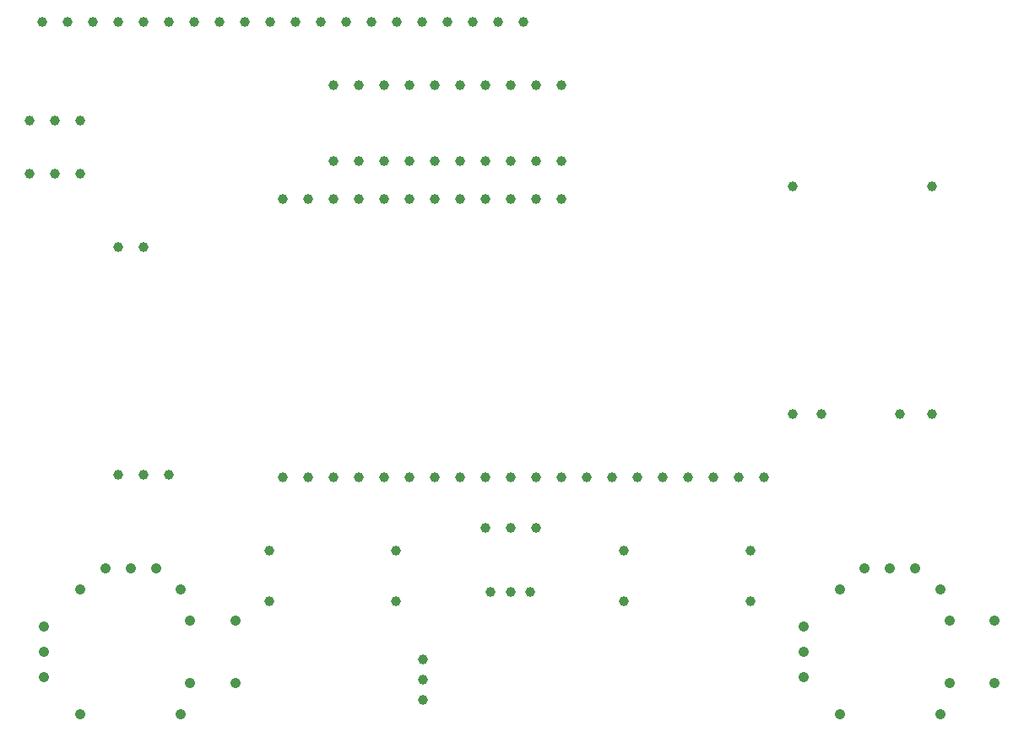
<source format=gbr>
%TF.GenerationSoftware,KiCad,Pcbnew,9.0.0*%
%TF.CreationDate,2025-03-19T00:30:09-07:00*%
%TF.ProjectId,remote,72656d6f-7465-42e6-9b69-6361645f7063,v0.3*%
%TF.SameCoordinates,Original*%
%TF.FileFunction,Plated,1,2,PTH,Drill*%
%TF.FilePolarity,Positive*%
%FSLAX46Y46*%
G04 Gerber Fmt 4.6, Leading zero omitted, Abs format (unit mm)*
G04 Created by KiCad (PCBNEW 9.0.0) date 2025-03-19 00:30:09*
%MOMM*%
%LPD*%
G01*
G04 APERTURE LIST*
%TA.AperFunction,ComponentDrill*%
%ADD10C,1.000000*%
%TD*%
%TA.AperFunction,ComponentDrill*%
%ADD11C,1.050000*%
%TD*%
G04 APERTURE END LIST*
D10*
%TO.C,ON_OFF_SWITCH1*%
X101600000Y-70890058D03*
%TO.C,UWB_SELECTOR1*%
X101600000Y-76200000D03*
%TO.C,RGB_LED1*%
X102870000Y-60979000D03*
%TO.C,ON_OFF_SWITCH1*%
X104140000Y-70890058D03*
%TO.C,UWB_SELECTOR1*%
X104140000Y-76200000D03*
%TO.C,RGB_LED1*%
X105410000Y-60979000D03*
%TO.C,ON_OFF_SWITCH1*%
X106680000Y-70890058D03*
%TO.C,UWB_SELECTOR1*%
X106680000Y-76200000D03*
%TO.C,RGB_LED1*%
X107950000Y-60979000D03*
X110490000Y-60979000D03*
%TO.C,5V_DC_DC_CONVERTER1*%
X110490000Y-83590058D03*
X110490000Y-106450058D03*
%TO.C,RGB_LED2*%
X113030000Y-60979000D03*
%TO.C,5V_DC_DC_CONVERTER1*%
X113030000Y-83590058D03*
X113030000Y-106450058D03*
%TO.C,RGB_LED2*%
X115570000Y-60979000D03*
%TO.C,5V_DC_DC_CONVERTER1*%
X115570000Y-106450058D03*
%TO.C,RGB_LED2*%
X118110000Y-60979000D03*
X120650000Y-60979000D03*
%TO.C,RGB_LED3*%
X123190000Y-60979000D03*
%TO.C,BUTTON2*%
X125700000Y-114070058D03*
X125700000Y-119150058D03*
%TO.C,RGB_LED3*%
X125730000Y-60979000D03*
%TO.C,ESP32_UWB1*%
X127000000Y-78759000D03*
X127000000Y-106699000D03*
%TO.C,RGB_LED3*%
X128270000Y-60979000D03*
%TO.C,ESP32_UWB1*%
X129540000Y-78759000D03*
X129540000Y-106699000D03*
%TO.C,RGB_LED3*%
X130810000Y-60979000D03*
%TO.C,R1*%
X132080000Y-67329000D03*
X132080000Y-74949000D03*
%TO.C,ESP32_UWB1*%
X132080000Y-78759000D03*
X132080000Y-106699000D03*
%TO.C,RGB_LED4*%
X133350000Y-60979000D03*
%TO.C,R2*%
X134620000Y-67329000D03*
X134620000Y-74949000D03*
%TO.C,ESP32_UWB1*%
X134620000Y-78759000D03*
X134620000Y-106699000D03*
%TO.C,RGB_LED4*%
X135890000Y-60979000D03*
%TO.C,R3*%
X137160000Y-67329000D03*
X137160000Y-74949000D03*
%TO.C,ESP32_UWB1*%
X137160000Y-78759000D03*
X137160000Y-106699000D03*
%TO.C,BUTTON2*%
X138400000Y-114070058D03*
X138400000Y-119150058D03*
%TO.C,RGB_LED4*%
X138430000Y-60979000D03*
%TO.C,R4*%
X139700000Y-67329000D03*
X139700000Y-74949000D03*
%TO.C,ESP32_UWB1*%
X139700000Y-78759000D03*
X139700000Y-106699000D03*
%TO.C,RGB_LED4*%
X140970000Y-60979000D03*
%TO.C,MINI_THUNSTICK1*%
X141060000Y-125019000D03*
X141060000Y-127019000D03*
X141060000Y-129019000D03*
%TO.C,R5*%
X142240000Y-67329000D03*
X142240000Y-74949000D03*
%TO.C,ESP32_UWB1*%
X142240000Y-78759000D03*
X142240000Y-106699000D03*
%TO.C,RGB_LED5*%
X143510000Y-60979000D03*
%TO.C,R6*%
X144780000Y-67329000D03*
X144780000Y-74949000D03*
%TO.C,ESP32_UWB1*%
X144780000Y-78759000D03*
X144780000Y-106699000D03*
%TO.C,RGB_LED5*%
X146050000Y-60979000D03*
%TO.C,R7*%
X147320000Y-67329000D03*
X147320000Y-74949000D03*
%TO.C,ESP32_UWB1*%
X147320000Y-78759000D03*
X147320000Y-106699000D03*
%TO.C,LOCK_SWITCH1*%
X147320000Y-111779000D03*
%TO.C,MINI_THUNSTICK1*%
X147860000Y-118219000D03*
%TO.C,RGB_LED5*%
X148590000Y-60979000D03*
%TO.C,R8*%
X149860000Y-67329000D03*
X149860000Y-74949000D03*
%TO.C,ESP32_UWB1*%
X149860000Y-78759000D03*
X149860000Y-106699000D03*
%TO.C,LOCK_SWITCH1*%
X149860000Y-111779000D03*
%TO.C,MINI_THUNSTICK1*%
X149860000Y-118219000D03*
%TO.C,RGB_LED5*%
X151130000Y-60979000D03*
%TO.C,MINI_THUNSTICK1*%
X151860000Y-118219000D03*
%TO.C,R9*%
X152400000Y-67329000D03*
X152400000Y-74949000D03*
%TO.C,ESP32_UWB1*%
X152400000Y-78759000D03*
X152400000Y-106699000D03*
%TO.C,LOCK_SWITCH1*%
X152400000Y-111779000D03*
%TO.C,R10*%
X154940000Y-67329000D03*
X154940000Y-74949000D03*
%TO.C,ESP32_UWB1*%
X154940000Y-78759000D03*
X154940000Y-106699000D03*
X157480000Y-106699000D03*
X160020000Y-106699000D03*
%TO.C,BUTTON1*%
X161260000Y-114070058D03*
X161260000Y-119150058D03*
%TO.C,ESP32_UWB1*%
X162560000Y-106699000D03*
X165100000Y-106699000D03*
X167640000Y-106699000D03*
X170180000Y-106699000D03*
X172720000Y-106699000D03*
%TO.C,BUTTON1*%
X173960000Y-114070058D03*
X173960000Y-119150058D03*
%TO.C,ESP32_UWB1*%
X175260000Y-106699000D03*
%TO.C,3.7V_BATTERY_CHARGER1*%
X178175000Y-77470000D03*
X178175000Y-100330000D03*
X181075000Y-100330000D03*
X188945000Y-100330000D03*
X192145000Y-77470000D03*
X192145000Y-100330000D03*
D11*
%TO.C,THUMBSTICK2*%
X103060000Y-121690058D03*
X103060000Y-124230058D03*
X103060000Y-126770058D03*
X106710000Y-117980058D03*
X106710000Y-130480058D03*
X109220000Y-115830058D03*
X111760000Y-115830058D03*
X114300000Y-115830058D03*
X116810000Y-117980058D03*
X116810000Y-130480058D03*
X117710000Y-121080058D03*
X117710000Y-127380058D03*
X122260000Y-121080058D03*
X122260000Y-127380058D03*
%TO.C,THUMBSTICK1*%
X179230000Y-121690058D03*
X179230000Y-124230058D03*
X179230000Y-126770058D03*
X182880000Y-117980058D03*
X182880000Y-130480058D03*
X185390000Y-115830058D03*
X187930000Y-115830058D03*
X190470000Y-115830058D03*
X192980000Y-117980058D03*
X192980000Y-130480058D03*
X193880000Y-121080058D03*
X193880000Y-127380058D03*
X198430000Y-121080058D03*
X198430000Y-127380058D03*
M02*

</source>
